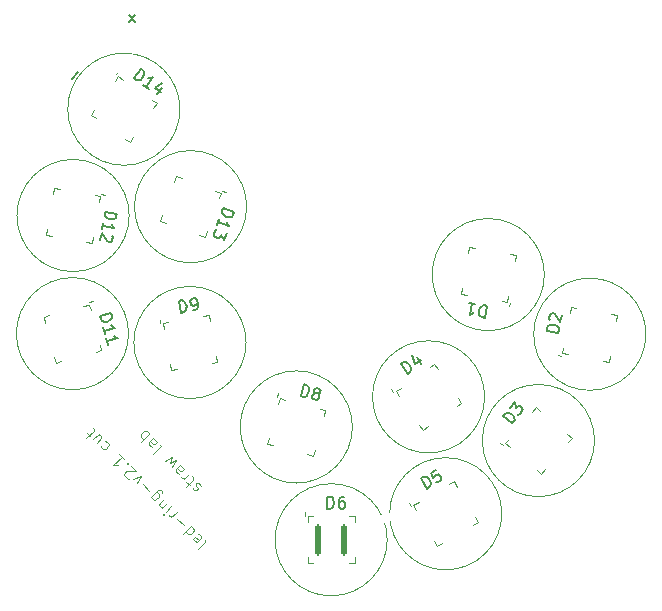
<source format=gbr>
%TF.GenerationSoftware,KiCad,Pcbnew,7.0.1*%
%TF.CreationDate,2023-12-14T16:50:50+01:00*%
%TF.ProjectId,led-ring-v2-cut,6c65642d-7269-46e6-972d-76322d637574,rev?*%
%TF.SameCoordinates,Original*%
%TF.FileFunction,Legend,Top*%
%TF.FilePolarity,Positive*%
%FSLAX46Y46*%
G04 Gerber Fmt 4.6, Leading zero omitted, Abs format (unit mm)*
G04 Created by KiCad (PCBNEW 7.0.1) date 2023-12-14 16:50:50*
%MOMM*%
%LPD*%
G01*
G04 APERTURE LIST*
G04 Aperture macros list*
%AMRoundRect*
0 Rectangle with rounded corners*
0 $1 Rounding radius*
0 $2 $3 $4 $5 $6 $7 $8 $9 X,Y pos of 4 corners*
0 Add a 4 corners polygon primitive as box body*
4,1,4,$2,$3,$4,$5,$6,$7,$8,$9,$2,$3,0*
0 Add four circle primitives for the rounded corners*
1,1,$1+$1,$2,$3*
1,1,$1+$1,$4,$5*
1,1,$1+$1,$6,$7*
1,1,$1+$1,$8,$9*
0 Add four rect primitives between the rounded corners*
20,1,$1+$1,$2,$3,$4,$5,0*
20,1,$1+$1,$4,$5,$6,$7,0*
20,1,$1+$1,$6,$7,$8,$9,0*
20,1,$1+$1,$8,$9,$2,$3,0*%
%AMHorizOval*
0 Thick line with rounded ends*
0 $1 width*
0 $2 $3 position (X,Y) of the first rounded end (center of the circle)*
0 $4 $5 position (X,Y) of the second rounded end (center of the circle)*
0 Add line between two ends*
20,1,$1,$2,$3,$4,$5,0*
0 Add two circle primitives to create the rounded ends*
1,1,$1,$2,$3*
1,1,$1,$4,$5*%
%AMOutline5P*
0 Free polygon, 5 corners , with rotation*
0 The origin of the aperture is its center*
0 number of corners: always 5*
0 $1 to $10 corner X, Y*
0 $11 Rotation angle, in degrees counterclockwise*
0 create outline with 5 corners*
4,1,5,$1,$2,$3,$4,$5,$6,$7,$8,$9,$10,$1,$2,$11*%
%AMOutline6P*
0 Free polygon, 6 corners , with rotation*
0 The origin of the aperture is its center*
0 number of corners: always 6*
0 $1 to $12 corner X, Y*
0 $13 Rotation angle, in degrees counterclockwise*
0 create outline with 6 corners*
4,1,6,$1,$2,$3,$4,$5,$6,$7,$8,$9,$10,$11,$12,$1,$2,$13*%
%AMOutline7P*
0 Free polygon, 7 corners , with rotation*
0 The origin of the aperture is its center*
0 number of corners: always 7*
0 $1 to $14 corner X, Y*
0 $15 Rotation angle, in degrees counterclockwise*
0 create outline with 7 corners*
4,1,7,$1,$2,$3,$4,$5,$6,$7,$8,$9,$10,$11,$12,$13,$14,$1,$2,$15*%
%AMOutline8P*
0 Free polygon, 8 corners , with rotation*
0 The origin of the aperture is its center*
0 number of corners: always 8*
0 $1 to $16 corner X, Y*
0 $17 Rotation angle, in degrees counterclockwise*
0 create outline with 8 corners*
4,1,8,$1,$2,$3,$4,$5,$6,$7,$8,$9,$10,$11,$12,$13,$14,$15,$16,$1,$2,$17*%
G04 Aperture macros list end*
%ADD10C,0.125000*%
%ADD11C,0.150000*%
%ADD12C,0.100000*%
%ADD13C,0.200000*%
%ADD14C,1.000000*%
%ADD15RoundRect,0.125000X-0.125000X1.225000X-0.125000X-1.225000X0.125000X-1.225000X0.125000X1.225000X0*%
%ADD16Outline5P,-1.350000X0.500000X1.350000X0.500000X1.350000X-0.500000X-1.050000X-0.500000X-1.350000X-0.200000X270.000000*%
%ADD17RoundRect,0.125000X0.600237X1.075158X-0.805025X-0.931764X-0.600237X-1.075158X0.805025X0.931764X0*%
%ADD18Outline5P,-1.350000X0.500000X1.350000X0.500000X1.350000X-0.500000X-1.050000X-0.500000X-1.350000X-0.200000X235.000000*%
%ADD19RoundRect,0.125000X-1.018753X0.691659X0.858056X-0.883170X1.018753X-0.691659X-0.858056X0.883170X0*%
%ADD20Outline5P,-1.350000X0.500000X1.350000X0.500000X1.350000X-0.500000X-1.050000X-0.500000X-1.350000X-0.200000X320.000000*%
%ADD21RoundRect,0.125000X-0.720753X0.998381X0.504247X-1.123381X0.720753X-0.998381X-0.504247X1.123381X0*%
%ADD22Outline5P,-1.350000X0.500000X1.350000X0.500000X1.350000X-0.500000X-1.050000X-0.500000X-1.350000X-0.200000X300.000000*%
%ADD23RoundRect,0.125000X1.228096X-0.089618X-1.184683X0.335820X-1.228096X0.089618X1.184683X-0.335820X0*%
%ADD24Outline5P,-1.350000X0.500000X1.350000X0.500000X1.350000X-0.500000X-1.050000X-0.500000X-1.350000X-0.200000X170.000000*%
%ADD25C,2.200000*%
%ADD26RoundRect,0.125000X1.150907X0.437794X-1.215612X-0.196313X-1.150907X-0.437794X1.215612X0.196313X0*%
%ADD27Outline5P,-1.350000X0.500000X1.350000X0.500000X1.350000X-0.500000X-1.050000X-0.500000X-1.350000X-0.200000X195.000000*%
%ADD28RoundRect,0.125000X0.196313X1.215612X-0.437794X-1.150907X-0.196313X-1.215612X0.437794X1.150907X0*%
%ADD29Outline5P,-1.350000X0.500000X1.350000X0.500000X1.350000X-0.500000X-1.050000X-0.500000X-1.350000X-0.200000X255.000000*%
%ADD30RoundRect,0.125000X-0.335820X1.184683X0.089618X-1.228096X0.335820X-1.184683X-0.089618X1.228096X0*%
%ADD31Outline5P,-1.350000X0.500000X1.350000X0.500000X1.350000X-0.500000X-1.050000X-0.500000X-1.350000X-0.200000X280.000000*%
%ADD32RoundRect,0.125000X-0.805025X0.931764X0.600237X-1.075158X0.805025X-0.931764X-0.600237X1.075158X0*%
%ADD33Outline5P,-1.350000X0.500000X1.350000X0.500000X1.350000X-0.500000X-1.050000X-0.500000X-1.350000X-0.200000X305.000000*%
%ADD34RoundRect,0.125000X-0.089618X-1.228096X0.335820X1.184683X0.089618X1.228096X-0.335820X-1.184683X0*%
%ADD35Outline5P,-1.350000X0.500000X1.350000X0.500000X1.350000X-0.500000X-1.050000X-0.500000X-1.350000X-0.200000X80.000000*%
%ADD36RoundRect,0.125000X-1.228096X0.089618X1.184683X-0.335820X1.228096X-0.089618X-1.184683X0.335820X0*%
%ADD37Outline5P,-1.350000X0.500000X1.350000X0.500000X1.350000X-0.500000X-1.050000X-0.500000X-1.350000X-0.200000X350.000000*%
%ADD38RoundRect,0.125000X1.193876X-0.301513X-1.108371X0.536436X-1.193876X0.301513X1.108371X-0.536436X0*%
%ADD39Outline5P,-1.350000X0.500000X1.350000X0.500000X1.350000X-0.500000X-1.050000X-0.500000X-1.350000X-0.200000X160.000000*%
%ADD40HorizOval,2.200000X0.813173X-0.813173X-0.813173X0.813173X0*%
%ADD41HorizOval,2.000000X0.000000X0.000000X0.000000X0.000000X0*%
G04 APERTURE END LIST*
D10*
X-10689834Y-22463238D02*
X-10656162Y-22564253D01*
X-10656162Y-22564253D02*
X-10689834Y-22665268D01*
X-10689834Y-22665268D02*
X-11295926Y-23271360D01*
X-11262254Y-21958161D02*
X-11161239Y-21991833D01*
X-11161239Y-21991833D02*
X-11026552Y-22126520D01*
X-11026552Y-22126520D02*
X-10992880Y-22227535D01*
X-10992880Y-22227535D02*
X-11026552Y-22328550D01*
X-11026552Y-22328550D02*
X-11295926Y-22597924D01*
X-11295926Y-22597924D02*
X-11396941Y-22631596D01*
X-11396941Y-22631596D02*
X-11497957Y-22597924D01*
X-11497957Y-22597924D02*
X-11632644Y-22463237D01*
X-11632644Y-22463237D02*
X-11666315Y-22362222D01*
X-11666315Y-22362222D02*
X-11632644Y-22261207D01*
X-11632644Y-22261207D02*
X-11565300Y-22193863D01*
X-11565300Y-22193863D02*
X-11161239Y-22463237D01*
X-11868346Y-21284726D02*
X-12575453Y-21991833D01*
X-11902018Y-21318398D02*
X-11801002Y-21352069D01*
X-11801002Y-21352069D02*
X-11666315Y-21486756D01*
X-11666315Y-21486756D02*
X-11632644Y-21587772D01*
X-11632644Y-21587772D02*
X-11632644Y-21655115D01*
X-11632644Y-21655115D02*
X-11666315Y-21756130D01*
X-11666315Y-21756130D02*
X-11868346Y-21958161D01*
X-11868346Y-21958161D02*
X-11969361Y-21991833D01*
X-11969361Y-21991833D02*
X-12036705Y-21991833D01*
X-12036705Y-21991833D02*
X-12137720Y-21958161D01*
X-12137720Y-21958161D02*
X-12272407Y-21823474D01*
X-12272407Y-21823474D02*
X-12306079Y-21722459D01*
X-12474437Y-21217382D02*
X-13013186Y-20678634D01*
X-13080529Y-20072543D02*
X-13551933Y-20543947D01*
X-13417246Y-20409260D02*
X-13518262Y-20442932D01*
X-13518262Y-20442932D02*
X-13585605Y-20442932D01*
X-13585605Y-20442932D02*
X-13686620Y-20409260D01*
X-13686620Y-20409260D02*
X-13753964Y-20341917D01*
X-13518262Y-19634810D02*
X-13989666Y-20106214D01*
X-14225369Y-20341917D02*
X-14158025Y-20341917D01*
X-14158025Y-20341917D02*
X-14158025Y-20274573D01*
X-14158025Y-20274573D02*
X-14225369Y-20274573D01*
X-14225369Y-20274573D02*
X-14225369Y-20341917D01*
X-14225369Y-20341917D02*
X-14158025Y-20274573D01*
X-14326384Y-19769497D02*
X-13854979Y-19298093D01*
X-14259040Y-19702154D02*
X-14326384Y-19702154D01*
X-14326384Y-19702154D02*
X-14427399Y-19668482D01*
X-14427399Y-19668482D02*
X-14528414Y-19567467D01*
X-14528414Y-19567467D02*
X-14562086Y-19466451D01*
X-14562086Y-19466451D02*
X-14528414Y-19365436D01*
X-14528414Y-19365436D02*
X-14158025Y-18995047D01*
X-15269193Y-18826688D02*
X-14696773Y-18254268D01*
X-14696773Y-18254268D02*
X-14595758Y-18220597D01*
X-14595758Y-18220597D02*
X-14528414Y-18220597D01*
X-14528414Y-18220597D02*
X-14427399Y-18254268D01*
X-14427399Y-18254268D02*
X-14326384Y-18355284D01*
X-14326384Y-18355284D02*
X-14292712Y-18456299D01*
X-14831460Y-18388955D02*
X-14730445Y-18422627D01*
X-14730445Y-18422627D02*
X-14595758Y-18557314D01*
X-14595758Y-18557314D02*
X-14562086Y-18658329D01*
X-14562086Y-18658329D02*
X-14562086Y-18725673D01*
X-14562086Y-18725673D02*
X-14595758Y-18826688D01*
X-14595758Y-18826688D02*
X-14797788Y-19028719D01*
X-14797788Y-19028719D02*
X-14898803Y-19062390D01*
X-14898803Y-19062390D02*
X-14966147Y-19062390D01*
X-14966147Y-19062390D02*
X-15067162Y-19028719D01*
X-15067162Y-19028719D02*
X-15201849Y-18894032D01*
X-15201849Y-18894032D02*
X-15235521Y-18793016D01*
X-15403880Y-18287940D02*
X-15942628Y-17749192D01*
X-16414032Y-17681849D02*
X-16110986Y-17042085D01*
X-16110986Y-17042085D02*
X-16750750Y-17345131D01*
X-17154811Y-17277788D02*
X-17222154Y-17277788D01*
X-17222154Y-17277788D02*
X-17323170Y-17244116D01*
X-17323170Y-17244116D02*
X-17491528Y-17075757D01*
X-17491528Y-17075757D02*
X-17525200Y-16974742D01*
X-17525200Y-16974742D02*
X-17525200Y-16907398D01*
X-17525200Y-16907398D02*
X-17491528Y-16806383D01*
X-17491528Y-16806383D02*
X-17424185Y-16739039D01*
X-17424185Y-16739039D02*
X-17289498Y-16671696D01*
X-17289498Y-16671696D02*
X-16481376Y-16671696D01*
X-16481376Y-16671696D02*
X-16919109Y-16233963D01*
X-17289498Y-15998261D02*
X-17289498Y-15930917D01*
X-17289498Y-15930917D02*
X-17222154Y-15930917D01*
X-17222154Y-15930917D02*
X-17222154Y-15998261D01*
X-17222154Y-15998261D02*
X-17289498Y-15998261D01*
X-17289498Y-15998261D02*
X-17222154Y-15930917D01*
X-17929261Y-15223811D02*
X-17525200Y-15627872D01*
X-17727230Y-15425841D02*
X-18434337Y-16132948D01*
X-18434337Y-16132948D02*
X-18265978Y-16099277D01*
X-18265978Y-16099277D02*
X-18131291Y-16099277D01*
X-18131291Y-16099277D02*
X-18030276Y-16132948D01*
X-19107772Y-14112643D02*
X-19006757Y-14146315D01*
X-19006757Y-14146315D02*
X-18872070Y-14281002D01*
X-18872070Y-14281002D02*
X-18838398Y-14382017D01*
X-18838398Y-14382017D02*
X-18838398Y-14449360D01*
X-18838398Y-14449360D02*
X-18872070Y-14550376D01*
X-18872070Y-14550376D02*
X-19074101Y-14752406D01*
X-19074101Y-14752406D02*
X-19175116Y-14786078D01*
X-19175116Y-14786078D02*
X-19242459Y-14786078D01*
X-19242459Y-14786078D02*
X-19343475Y-14752406D01*
X-19343475Y-14752406D02*
X-19478162Y-14617719D01*
X-19478162Y-14617719D02*
X-19511833Y-14516704D01*
X-20151597Y-13944284D02*
X-19680192Y-13472880D01*
X-19848551Y-14247330D02*
X-19478162Y-13876941D01*
X-19478162Y-13876941D02*
X-19444490Y-13775925D01*
X-19444490Y-13775925D02*
X-19478162Y-13674910D01*
X-19478162Y-13674910D02*
X-19579177Y-13573895D01*
X-19579177Y-13573895D02*
X-19680192Y-13540223D01*
X-19680192Y-13540223D02*
X-19747536Y-13540223D01*
X-20387299Y-13708582D02*
X-20656673Y-13439208D01*
X-20724017Y-13843269D02*
X-20117925Y-13237177D01*
X-20117925Y-13237177D02*
X-20084253Y-13136162D01*
X-20084253Y-13136162D02*
X-20117925Y-13035147D01*
X-20117925Y-13035147D02*
X-20185269Y-12967803D01*
X-11043185Y-17897231D02*
X-11076856Y-17796215D01*
X-11076856Y-17796215D02*
X-11211543Y-17661528D01*
X-11211543Y-17661528D02*
X-11312559Y-17627857D01*
X-11312559Y-17627857D02*
X-11413574Y-17661528D01*
X-11413574Y-17661528D02*
X-11447246Y-17695200D01*
X-11447246Y-17695200D02*
X-11480917Y-17796215D01*
X-11480917Y-17796215D02*
X-11447246Y-17897231D01*
X-11447246Y-17897231D02*
X-11346230Y-17998246D01*
X-11346230Y-17998246D02*
X-11312559Y-18099261D01*
X-11312559Y-18099261D02*
X-11346230Y-18200276D01*
X-11346230Y-18200276D02*
X-11379902Y-18233948D01*
X-11379902Y-18233948D02*
X-11480917Y-18267620D01*
X-11480917Y-18267620D02*
X-11581933Y-18233948D01*
X-11581933Y-18233948D02*
X-11682948Y-18132933D01*
X-11682948Y-18132933D02*
X-11716620Y-18031918D01*
X-11985994Y-17829887D02*
X-12255368Y-17560513D01*
X-12322711Y-17964574D02*
X-11716620Y-17358482D01*
X-11716620Y-17358482D02*
X-11682948Y-17257467D01*
X-11682948Y-17257467D02*
X-11716620Y-17156452D01*
X-11716620Y-17156452D02*
X-11783963Y-17089108D01*
X-12019666Y-16853406D02*
X-12491070Y-17324810D01*
X-12356383Y-17190123D02*
X-12457399Y-17223795D01*
X-12457399Y-17223795D02*
X-12524742Y-17223795D01*
X-12524742Y-17223795D02*
X-12625757Y-17190123D01*
X-12625757Y-17190123D02*
X-12693101Y-17122780D01*
X-12760445Y-16112627D02*
X-13130834Y-16483016D01*
X-13130834Y-16483016D02*
X-13164506Y-16584032D01*
X-13164506Y-16584032D02*
X-13130834Y-16685047D01*
X-13130834Y-16685047D02*
X-12996147Y-16819734D01*
X-12996147Y-16819734D02*
X-12895132Y-16853406D01*
X-12794116Y-16146299D02*
X-12693101Y-16179971D01*
X-12693101Y-16179971D02*
X-12524742Y-16348329D01*
X-12524742Y-16348329D02*
X-12491071Y-16449345D01*
X-12491071Y-16449345D02*
X-12524742Y-16550360D01*
X-12524742Y-16550360D02*
X-12592086Y-16617703D01*
X-12592086Y-16617703D02*
X-12693101Y-16651375D01*
X-12693101Y-16651375D02*
X-12794116Y-16617703D01*
X-12794116Y-16617703D02*
X-12962475Y-16449345D01*
X-12962475Y-16449345D02*
X-13063491Y-16415673D01*
X-13501223Y-16314657D02*
X-13164506Y-15708566D01*
X-13164506Y-15708566D02*
X-13635910Y-15910596D01*
X-13635910Y-15910596D02*
X-13433880Y-15439192D01*
X-13433880Y-15439192D02*
X-14039971Y-15775909D01*
X-14477704Y-14395368D02*
X-14444033Y-14496383D01*
X-14444033Y-14496383D02*
X-14477704Y-14597398D01*
X-14477704Y-14597398D02*
X-15083796Y-15203490D01*
X-15050124Y-13822947D02*
X-15420514Y-14193337D01*
X-15420514Y-14193337D02*
X-15454185Y-14294352D01*
X-15454185Y-14294352D02*
X-15420514Y-14395367D01*
X-15420514Y-14395367D02*
X-15285827Y-14530054D01*
X-15285827Y-14530054D02*
X-15184811Y-14563726D01*
X-15083796Y-13856619D02*
X-14982781Y-13890291D01*
X-14982781Y-13890291D02*
X-14814422Y-14058650D01*
X-14814422Y-14058650D02*
X-14780750Y-14159665D01*
X-14780750Y-14159665D02*
X-14814422Y-14260680D01*
X-14814422Y-14260680D02*
X-14881766Y-14328024D01*
X-14881766Y-14328024D02*
X-14982781Y-14361695D01*
X-14982781Y-14361695D02*
X-15083796Y-14328024D01*
X-15083796Y-14328024D02*
X-15252155Y-14159665D01*
X-15252155Y-14159665D02*
X-15353170Y-14125993D01*
X-15386842Y-13486230D02*
X-16093949Y-14193337D01*
X-15824575Y-13923963D02*
X-15925590Y-13890291D01*
X-15925590Y-13890291D02*
X-16060277Y-13755604D01*
X-16060277Y-13755604D02*
X-16093949Y-13654589D01*
X-16093949Y-13654589D02*
X-16093949Y-13587245D01*
X-16093949Y-13587245D02*
X-16060277Y-13486230D01*
X-16060277Y-13486230D02*
X-15858246Y-13284199D01*
X-15858246Y-13284199D02*
X-15757231Y-13250528D01*
X-15757231Y-13250528D02*
X-15689888Y-13250528D01*
X-15689888Y-13250528D02*
X-15588872Y-13284199D01*
X-15588872Y-13284199D02*
X-15454185Y-13418886D01*
X-15454185Y-13418886D02*
X-15420514Y-13519902D01*
D11*
%TO.C,D6*%
X-323664Y-19814806D02*
X-323664Y-18814806D01*
X-323664Y-18814806D02*
X-85569Y-18814806D01*
X-85569Y-18814806D02*
X57287Y-18862425D01*
X57287Y-18862425D02*
X152525Y-18957663D01*
X152525Y-18957663D02*
X200144Y-19052901D01*
X200144Y-19052901D02*
X247763Y-19243377D01*
X247763Y-19243377D02*
X247763Y-19386234D01*
X247763Y-19386234D02*
X200144Y-19576710D01*
X200144Y-19576710D02*
X152525Y-19671948D01*
X152525Y-19671948D02*
X57287Y-19767187D01*
X57287Y-19767187D02*
X-85569Y-19814806D01*
X-85569Y-19814806D02*
X-323664Y-19814806D01*
X1104906Y-18814806D02*
X914430Y-18814806D01*
X914430Y-18814806D02*
X819192Y-18862425D01*
X819192Y-18862425D02*
X771573Y-18910044D01*
X771573Y-18910044D02*
X676335Y-19052901D01*
X676335Y-19052901D02*
X628716Y-19243377D01*
X628716Y-19243377D02*
X628716Y-19624329D01*
X628716Y-19624329D02*
X676335Y-19719567D01*
X676335Y-19719567D02*
X723954Y-19767187D01*
X723954Y-19767187D02*
X819192Y-19814806D01*
X819192Y-19814806D02*
X1009668Y-19814806D01*
X1009668Y-19814806D02*
X1104906Y-19767187D01*
X1104906Y-19767187D02*
X1152525Y-19719567D01*
X1152525Y-19719567D02*
X1200144Y-19624329D01*
X1200144Y-19624329D02*
X1200144Y-19386234D01*
X1200144Y-19386234D02*
X1152525Y-19290996D01*
X1152525Y-19290996D02*
X1104906Y-19243377D01*
X1104906Y-19243377D02*
X1009668Y-19195758D01*
X1009668Y-19195758D02*
X819192Y-19195758D01*
X819192Y-19195758D02*
X723954Y-19243377D01*
X723954Y-19243377D02*
X676335Y-19290996D01*
X676335Y-19290996D02*
X628716Y-19386234D01*
%TO.C,D14*%
X-16693718Y16617403D02*
X-16120141Y17436555D01*
X-16120141Y17436555D02*
X-15925105Y17299989D01*
X-15925105Y17299989D02*
X-15835396Y17179042D01*
X-15835396Y17179042D02*
X-15812008Y17046402D01*
X-15812008Y17046402D02*
X-15827627Y16941074D01*
X-15827627Y16941074D02*
X-15897873Y16757732D01*
X-15897873Y16757732D02*
X-15979812Y16640710D01*
X-15979812Y16640710D02*
X-16128072Y16511994D01*
X-16128072Y16511994D02*
X-16221706Y16461293D01*
X-16221706Y16461293D02*
X-16354346Y16437905D01*
X-16354346Y16437905D02*
X-16498681Y16480837D01*
X-16498681Y16480837D02*
X-16693718Y16617403D01*
X-15445486Y15743382D02*
X-15913573Y16071140D01*
X-15679529Y15907261D02*
X-15105953Y16726413D01*
X-15105953Y16726413D02*
X-15265907Y16664017D01*
X-15265907Y16664017D02*
X-15398548Y16640629D01*
X-15398548Y16640629D02*
X-15503875Y16656248D01*
X-14360971Y15797846D02*
X-14743355Y15251745D01*
X-14337502Y16246470D02*
X-14942236Y15797927D01*
X-14942236Y15797927D02*
X-14435142Y15442856D01*
%TO.C,D3*%
X15323276Y-12604071D02*
X14557232Y-11961283D01*
X14557232Y-11961283D02*
X14710276Y-11778892D01*
X14710276Y-11778892D02*
X14838581Y-11700066D01*
X14838581Y-11700066D02*
X14972756Y-11688327D01*
X14972756Y-11688327D02*
X15076321Y-11713066D01*
X15076321Y-11713066D02*
X15252844Y-11799024D01*
X15252844Y-11799024D02*
X15362279Y-11890851D01*
X15362279Y-11890851D02*
X15477583Y-12049765D01*
X15477583Y-12049765D02*
X15519931Y-12147461D01*
X15519931Y-12147461D02*
X15531669Y-12281635D01*
X15531669Y-12281635D02*
X15476321Y-12421679D01*
X15476321Y-12421679D02*
X15323276Y-12604071D01*
X15138801Y-11268195D02*
X15536718Y-10793977D01*
X15536718Y-10793977D02*
X15614281Y-11294197D01*
X15614281Y-11294197D02*
X15706108Y-11184762D01*
X15706108Y-11184762D02*
X15803804Y-11142414D01*
X15803804Y-11142414D02*
X15870892Y-11136545D01*
X15870892Y-11136545D02*
X15974457Y-11161284D01*
X15974457Y-11161284D02*
X16156849Y-11314329D01*
X16156849Y-11314329D02*
X16199196Y-11412025D01*
X16199196Y-11412025D02*
X16205066Y-11479113D01*
X16205066Y-11479113D02*
X16180326Y-11582678D01*
X16180326Y-11582678D02*
X15996673Y-11801548D01*
X15996673Y-11801548D02*
X15898976Y-11843896D01*
X15898976Y-11843896D02*
X15831889Y-11849765D01*
%TO.C,D5*%
X8102100Y-18129687D02*
X7602100Y-17263661D01*
X7602100Y-17263661D02*
X7808297Y-17144614D01*
X7808297Y-17144614D02*
X7955824Y-17114424D01*
X7955824Y-17114424D02*
X8085922Y-17149284D01*
X8085922Y-17149284D02*
X8174780Y-17207953D01*
X8174780Y-17207953D02*
X8311258Y-17349101D01*
X8311258Y-17349101D02*
X8382686Y-17472819D01*
X8382686Y-17472819D02*
X8436685Y-17661585D01*
X8436685Y-17661585D02*
X8443065Y-17767874D01*
X8443065Y-17767874D02*
X8408205Y-17897971D01*
X8408205Y-17897971D02*
X8308297Y-18010639D01*
X8308297Y-18010639D02*
X8102100Y-18129687D01*
X8880519Y-16525566D02*
X8468126Y-16763661D01*
X8468126Y-16763661D02*
X8664982Y-17199864D01*
X8664982Y-17199864D02*
X8682411Y-17134815D01*
X8682411Y-17134815D02*
X8741080Y-17045957D01*
X8741080Y-17045957D02*
X8947277Y-16926909D01*
X8947277Y-16926909D02*
X9053565Y-16920529D01*
X9053565Y-16920529D02*
X9118614Y-16937959D01*
X9118614Y-16937959D02*
X9207472Y-16996628D01*
X9207472Y-16996628D02*
X9326520Y-17202825D01*
X9326520Y-17202825D02*
X9332900Y-17309113D01*
X9332900Y-17309113D02*
X9315470Y-17374162D01*
X9315470Y-17374162D02*
X9256801Y-17463020D01*
X9256801Y-17463020D02*
X9050604Y-17582068D01*
X9050604Y-17582068D02*
X8944316Y-17588447D01*
X8944316Y-17588447D02*
X8879267Y-17571018D01*
%TO.C,D12*%
X-19115947Y5330107D02*
X-18131139Y5156459D01*
X-18131139Y5156459D02*
X-18172484Y4921981D01*
X-18172484Y4921981D02*
X-18244186Y4789563D01*
X-18244186Y4789563D02*
X-18354515Y4712310D01*
X-18354515Y4712310D02*
X-18456576Y4681952D01*
X-18456576Y4681952D02*
X-18652427Y4668133D01*
X-18652427Y4668133D02*
X-18793114Y4692940D01*
X-18793114Y4692940D02*
X-18972427Y4772911D01*
X-18972427Y4772911D02*
X-19057950Y4836345D01*
X-19057950Y4836345D02*
X-19135203Y4946674D01*
X-19135203Y4946674D02*
X-19157292Y5095629D01*
X-19157292Y5095629D02*
X-19115947Y5330107D01*
X-19380554Y3829448D02*
X-19281326Y4392195D01*
X-19330940Y4110822D02*
X-18346132Y3937174D01*
X-18346132Y3937174D02*
X-18470281Y4055772D01*
X-18470281Y4055772D02*
X-18547534Y4166101D01*
X-18547534Y4166101D02*
X-18577892Y4268161D01*
X-18555689Y3297173D02*
X-18517062Y3242008D01*
X-18517062Y3242008D02*
X-18486704Y3139948D01*
X-18486704Y3139948D02*
X-18528049Y2905470D01*
X-18528049Y2905470D02*
X-18591483Y2819948D01*
X-18591483Y2819948D02*
X-18646647Y2781321D01*
X-18646647Y2781321D02*
X-18748707Y2750964D01*
X-18748707Y2750964D02*
X-18842499Y2767501D01*
X-18842499Y2767501D02*
X-18974917Y2839204D01*
X-18974917Y2839204D02*
X-19438436Y3501179D01*
X-19438436Y3501179D02*
X-19545933Y2891536D01*
%TO.C,D11*%
X-19561615Y-3545360D02*
X-18595690Y-3286541D01*
X-18595690Y-3286541D02*
X-18534066Y-3516523D01*
X-18534066Y-3516523D02*
X-18543088Y-3666838D01*
X-18543088Y-3666838D02*
X-18610432Y-3783480D01*
X-18610432Y-3783480D02*
X-18690100Y-3854126D01*
X-18690100Y-3854126D02*
X-18861761Y-3949421D01*
X-18861761Y-3949421D02*
X-18999751Y-3986395D01*
X-18999751Y-3986395D02*
X-19196061Y-3989698D01*
X-19196061Y-3989698D02*
X-19300379Y-3968351D01*
X-19300379Y-3968351D02*
X-19417021Y-3901007D01*
X-19417021Y-3901007D02*
X-19499992Y-3775342D01*
X-19499992Y-3775342D02*
X-19561615Y-3545360D01*
X-19167225Y-5017247D02*
X-19315121Y-4465290D01*
X-19241173Y-4741268D02*
X-18275247Y-4482449D01*
X-18275247Y-4482449D02*
X-18437886Y-4427430D01*
X-18437886Y-4427430D02*
X-18554528Y-4360087D01*
X-18554528Y-4360087D02*
X-18625174Y-4280419D01*
X-18920730Y-5937177D02*
X-19068627Y-5385219D01*
X-18994678Y-5661198D02*
X-18028753Y-5402379D01*
X-18028753Y-5402379D02*
X-18191392Y-5347360D01*
X-18191392Y-5347360D02*
X-18308034Y-5280016D01*
X-18308034Y-5280016D02*
X-18378680Y-5200348D01*
%TO.C,D8*%
X-2580597Y-10270827D02*
X-2321778Y-9304901D01*
X-2321778Y-9304901D02*
X-2091796Y-9366525D01*
X-2091796Y-9366525D02*
X-1966131Y-9449496D01*
X-1966131Y-9449496D02*
X-1898787Y-9566138D01*
X-1898787Y-9566138D02*
X-1877440Y-9670456D01*
X-1877440Y-9670456D02*
X-1880743Y-9866766D01*
X-1880743Y-9866766D02*
X-1917717Y-10004756D01*
X-1917717Y-10004756D02*
X-2013012Y-10176417D01*
X-2013012Y-10176417D02*
X-2083658Y-10256085D01*
X-2083658Y-10256085D02*
X-2200300Y-10323428D01*
X-2200300Y-10323428D02*
X-2350615Y-10332451D01*
X-2350615Y-10332451D02*
X-2580597Y-10270827D01*
X-1328785Y-10014663D02*
X-1408453Y-9944017D01*
X-1408453Y-9944017D02*
X-1442125Y-9885696D01*
X-1442125Y-9885696D02*
X-1463472Y-9781378D01*
X-1463472Y-9781378D02*
X-1451147Y-9735382D01*
X-1451147Y-9735382D02*
X-1380501Y-9655713D01*
X-1380501Y-9655713D02*
X-1322180Y-9622042D01*
X-1322180Y-9622042D02*
X-1217863Y-9600695D01*
X-1217863Y-9600695D02*
X-1033877Y-9649993D01*
X-1033877Y-9649993D02*
X-954209Y-9720639D01*
X-954209Y-9720639D02*
X-920537Y-9778961D01*
X-920537Y-9778961D02*
X-899190Y-9883278D01*
X-899190Y-9883278D02*
X-911514Y-9929275D01*
X-911514Y-9929275D02*
X-982160Y-10008943D01*
X-982160Y-10008943D02*
X-1040482Y-10042615D01*
X-1040482Y-10042615D02*
X-1144799Y-10063962D01*
X-1144799Y-10063962D02*
X-1328785Y-10014663D01*
X-1328785Y-10014663D02*
X-1433103Y-10036010D01*
X-1433103Y-10036010D02*
X-1491424Y-10069682D01*
X-1491424Y-10069682D02*
X-1562070Y-10149350D01*
X-1562070Y-10149350D02*
X-1611369Y-10333336D01*
X-1611369Y-10333336D02*
X-1590022Y-10437653D01*
X-1590022Y-10437653D02*
X-1556350Y-10495974D01*
X-1556350Y-10495974D02*
X-1476682Y-10566620D01*
X-1476682Y-10566620D02*
X-1292696Y-10615919D01*
X-1292696Y-10615919D02*
X-1188378Y-10594572D01*
X-1188378Y-10594572D02*
X-1130057Y-10560900D01*
X-1130057Y-10560900D02*
X-1059411Y-10481232D01*
X-1059411Y-10481232D02*
X-1010112Y-10297246D01*
X-1010112Y-10297246D02*
X-1031459Y-10192929D01*
X-1031459Y-10192929D02*
X-1065131Y-10134608D01*
X-1065131Y-10134608D02*
X-1144799Y-10063962D01*
%TO.C,D9*%
X-12726344Y-3211044D02*
X-12899992Y-2226236D01*
X-12899992Y-2226236D02*
X-12665514Y-2184892D01*
X-12665514Y-2184892D02*
X-12516558Y-2206980D01*
X-12516558Y-2206980D02*
X-12406229Y-2284234D01*
X-12406229Y-2284234D02*
X-12342796Y-2369756D01*
X-12342796Y-2369756D02*
X-12262824Y-2549069D01*
X-12262824Y-2549069D02*
X-12238017Y-2689756D01*
X-12238017Y-2689756D02*
X-12251837Y-2885608D01*
X-12251837Y-2885608D02*
X-12282195Y-2987668D01*
X-12282195Y-2987668D02*
X-12359448Y-3097997D01*
X-12359448Y-3097997D02*
X-12491866Y-3169699D01*
X-12491866Y-3169699D02*
X-12726344Y-3211044D01*
X-11694641Y-3029127D02*
X-11507058Y-2996051D01*
X-11507058Y-2996051D02*
X-11421536Y-2932618D01*
X-11421536Y-2932618D02*
X-11382909Y-2877453D01*
X-11382909Y-2877453D02*
X-11313925Y-2720228D01*
X-11313925Y-2720228D02*
X-11300105Y-2524377D01*
X-11300105Y-2524377D02*
X-11366257Y-2149212D01*
X-11366257Y-2149212D02*
X-11429690Y-2063690D01*
X-11429690Y-2063690D02*
X-11484855Y-2025063D01*
X-11484855Y-2025063D02*
X-11586915Y-1994705D01*
X-11586915Y-1994705D02*
X-11774498Y-2027781D01*
X-11774498Y-2027781D02*
X-11860020Y-2091215D01*
X-11860020Y-2091215D02*
X-11898646Y-2146379D01*
X-11898646Y-2146379D02*
X-11929004Y-2248440D01*
X-11929004Y-2248440D02*
X-11887659Y-2482918D01*
X-11887659Y-2482918D02*
X-11824226Y-2568440D01*
X-11824226Y-2568440D02*
X-11769061Y-2607067D01*
X-11769061Y-2607067D02*
X-11667001Y-2637424D01*
X-11667001Y-2637424D02*
X-11479419Y-2604348D01*
X-11479419Y-2604348D02*
X-11393896Y-2540915D01*
X-11393896Y-2540915D02*
X-11355270Y-2485750D01*
X-11355270Y-2485750D02*
X-11324912Y-2383690D01*
%TO.C,D4*%
X6473384Y-8377022D02*
X5899808Y-7557870D01*
X5899808Y-7557870D02*
X6094844Y-7421304D01*
X6094844Y-7421304D02*
X6239179Y-7378371D01*
X6239179Y-7378371D02*
X6371820Y-7401760D01*
X6371820Y-7401760D02*
X6465453Y-7452461D01*
X6465453Y-7452461D02*
X6613713Y-7581177D01*
X6613713Y-7581177D02*
X6695652Y-7698198D01*
X6695652Y-7698198D02*
X6765898Y-7881541D01*
X6765898Y-7881541D02*
X6781517Y-7986868D01*
X6781517Y-7986868D02*
X6758129Y-8119509D01*
X6758129Y-8119509D02*
X6668420Y-8240456D01*
X6668420Y-8240456D02*
X6473384Y-8377022D01*
X7261217Y-7011525D02*
X7643601Y-7557627D01*
X6847675Y-6836033D02*
X7062337Y-7557708D01*
X7062337Y-7557708D02*
X7569431Y-7202637D01*
%TO.C,D1*%
X13161151Y-2651362D02*
X12987503Y-3636170D01*
X12987503Y-3636170D02*
X12753025Y-3594825D01*
X12753025Y-3594825D02*
X12620607Y-3523123D01*
X12620607Y-3523123D02*
X12543354Y-3412794D01*
X12543354Y-3412794D02*
X12512996Y-3310734D01*
X12512996Y-3310734D02*
X12499176Y-3114882D01*
X12499176Y-3114882D02*
X12523983Y-2974195D01*
X12523983Y-2974195D02*
X12603954Y-2794882D01*
X12603954Y-2794882D02*
X12667388Y-2709360D01*
X12667388Y-2709360D02*
X12777717Y-2632106D01*
X12777717Y-2632106D02*
X12926673Y-2610018D01*
X12926673Y-2610018D02*
X13161151Y-2651362D01*
X11660491Y-2386756D02*
X12223239Y-2485983D01*
X11941865Y-2436370D02*
X11768217Y-3421177D01*
X11768217Y-3421177D02*
X11886815Y-3297028D01*
X11886815Y-3297028D02*
X11997144Y-3219775D01*
X11997144Y-3219775D02*
X12099204Y-3189417D01*
%TO.C,D2*%
X19248637Y-4911151D02*
X18263829Y-4737503D01*
X18263829Y-4737503D02*
X18305174Y-4503025D01*
X18305174Y-4503025D02*
X18376876Y-4370607D01*
X18376876Y-4370607D02*
X18487205Y-4293354D01*
X18487205Y-4293354D02*
X18589265Y-4262996D01*
X18589265Y-4262996D02*
X18785117Y-4249176D01*
X18785117Y-4249176D02*
X18925804Y-4273983D01*
X18925804Y-4273983D02*
X19105117Y-4353954D01*
X19105117Y-4353954D02*
X19190639Y-4417388D01*
X19190639Y-4417388D02*
X19267893Y-4527717D01*
X19267893Y-4527717D02*
X19289981Y-4676673D01*
X19289981Y-4676673D02*
X19248637Y-4911151D01*
X18522999Y-3816128D02*
X18484373Y-3760964D01*
X18484373Y-3760964D02*
X18454015Y-3658904D01*
X18454015Y-3658904D02*
X18495360Y-3424426D01*
X18495360Y-3424426D02*
X18558793Y-3338903D01*
X18558793Y-3338903D02*
X18613958Y-3300277D01*
X18613958Y-3300277D02*
X18716018Y-3269919D01*
X18716018Y-3269919D02*
X18809809Y-3286457D01*
X18809809Y-3286457D02*
X18942227Y-3358160D01*
X18942227Y-3358160D02*
X19405747Y-4020134D01*
X19405747Y-4020134D02*
X19513243Y-3410491D01*
%TO.C,D13*%
X-9150160Y5600329D02*
X-8210467Y5258309D01*
X-8210467Y5258309D02*
X-8291901Y5034572D01*
X-8291901Y5034572D02*
X-8385508Y4916617D01*
X-8385508Y4916617D02*
X-8507576Y4859696D01*
X-8507576Y4859696D02*
X-8613357Y4847522D01*
X-8613357Y4847522D02*
X-8808633Y4867922D01*
X-8808633Y4867922D02*
X-8942875Y4916782D01*
X-8942875Y4916782D02*
X-9105577Y5026676D01*
X-9105577Y5026676D02*
X-9178785Y5103996D01*
X-9178785Y5103996D02*
X-9235706Y5226064D01*
X-9235706Y5226064D02*
X-9231593Y5376593D01*
X-9231593Y5376593D02*
X-9150160Y5600329D01*
X-9671334Y4168416D02*
X-9475893Y4705384D01*
X-9573614Y4436900D02*
X-8633921Y4094880D01*
X-8633921Y4094880D02*
X-8735589Y4233234D01*
X-8735589Y4233234D02*
X-8792511Y4355302D01*
X-8792511Y4355302D02*
X-8804684Y4461083D01*
X-8845648Y3513165D02*
X-9057374Y2931451D01*
X-9057374Y2931451D02*
X-9301346Y3374975D01*
X-9301346Y3374975D02*
X-9350206Y3240733D01*
X-9350206Y3240733D02*
X-9427526Y3167525D01*
X-9427526Y3167525D02*
X-9488560Y3139065D01*
X-9488560Y3139065D02*
X-9594342Y3126891D01*
X-9594342Y3126891D02*
X-9818078Y3208324D01*
X-9818078Y3208324D02*
X-9891286Y3285645D01*
X-9891286Y3285645D02*
X-9919746Y3346679D01*
X-9919746Y3346679D02*
X-9931920Y3452460D01*
X-9931920Y3452460D02*
X-9834200Y3720944D01*
X-9834200Y3720944D02*
X-9756880Y3794151D01*
X-9756880Y3794151D02*
X-9695846Y3822612D01*
D12*
%TO.C,D6*%
X-2200000Y-20100000D02*
X-2200000Y-20400000D01*
X2000000Y-20450000D02*
X1500000Y-20450000D01*
X-1500000Y-20450000D02*
X-2000000Y-20450000D01*
X-2000000Y-20450000D02*
X-2000000Y-20950000D01*
X2000000Y-20950000D02*
X2000000Y-20450000D01*
X-2000000Y-23950000D02*
X-2000000Y-24450000D01*
X2000000Y-24450000D02*
X2000000Y-23950000D01*
X1500000Y-24450000D02*
X2000000Y-24450000D01*
X-2000000Y-24450000D02*
X-1500000Y-24450000D01*
X4750000Y-22450000D02*
G75*
G03*
X4750000Y-22450000I-4750000J0D01*
G01*
%TO.C,D14*%
X-18004230Y17186875D02*
X-18176303Y16941130D01*
X-14764543Y14491151D02*
X-15174119Y14777939D01*
X-17631575Y16498669D02*
X-18041151Y16785457D01*
X-18041151Y16785457D02*
X-18327939Y16375881D01*
X-15051331Y14081575D02*
X-14764543Y14491151D01*
X-20048669Y13918425D02*
X-20335457Y13508849D01*
X-17058849Y11214543D02*
X-16772061Y11624119D01*
X-17468425Y11501331D02*
X-17058849Y11214543D01*
X-20335457Y13508849D02*
X-19925881Y13222061D01*
X-12800000Y14000000D02*
G75*
G03*
X-12800000Y14000000I-4750000J0D01*
G01*
%TO.C,D3*%
X14335663Y-14224747D02*
X14565476Y-14417583D01*
X17303486Y-11232336D02*
X16982093Y-11615358D01*
X15053730Y-13913491D02*
X14732336Y-14296514D01*
X14732336Y-14296514D02*
X15115358Y-14617907D01*
X17686509Y-11553730D02*
X17303486Y-11232336D01*
X17413491Y-16546270D02*
X17796514Y-16867664D01*
X20367664Y-13803486D02*
X19984642Y-13482093D01*
X20046270Y-14186509D02*
X20367664Y-13803486D01*
X17796514Y-16867664D02*
X18117907Y-16484642D01*
X22300000Y-14050000D02*
G75*
G03*
X22300000Y-14050000I-4750000J0D01*
G01*
%TO.C,D5*%
X6619744Y-19314840D02*
X6769744Y-19574648D01*
X10432051Y-17517949D02*
X9999038Y-17767949D01*
X7400962Y-19267949D02*
X6967949Y-19517949D01*
X6967949Y-19517949D02*
X7217949Y-19950962D01*
X10682051Y-17950962D02*
X10432051Y-17517949D01*
X8717949Y-22549038D02*
X8967949Y-22982051D01*
X12432051Y-20982051D02*
X12182051Y-20549038D01*
X11999038Y-21232051D02*
X12432051Y-20982051D01*
X8967949Y-22982051D02*
X9400962Y-22732051D01*
X14450000Y-20250000D02*
G75*
G03*
X14450000Y-20250000I-4750000J0D01*
G01*
%TO.C,D12*%
X-19153676Y6758504D02*
X-19449118Y6810598D01*
X-20227681Y2683088D02*
X-20140857Y3175492D01*
X-19619912Y6129915D02*
X-19533088Y6622319D01*
X-19533088Y6622319D02*
X-20025492Y6709143D01*
X-20720085Y2769912D02*
X-20227681Y2683088D01*
X-22979915Y7230088D02*
X-23472319Y7316912D01*
X-24166912Y3377681D02*
X-23674508Y3290857D01*
X-24080088Y3870085D02*
X-24166912Y3377681D01*
X-23472319Y7316912D02*
X-23559143Y6824508D01*
X-17100000Y5000000D02*
G75*
G03*
X-17100000Y5000000I-4750000J0D01*
G01*
%TO.C,D11*%
X-20199476Y-2266738D02*
X-20489254Y-2344384D01*
X-19450510Y-6414214D02*
X-19579920Y-5931251D01*
X-20356377Y-3033473D02*
X-20485786Y-2550510D01*
X-20485786Y-2550510D02*
X-20968749Y-2679920D01*
X-19933473Y-6543623D02*
X-19450510Y-6414214D01*
X-23866527Y-3456377D02*
X-24349490Y-3585786D01*
X-23314214Y-7449490D02*
X-22831251Y-7320080D01*
X-23443623Y-6966527D02*
X-23314214Y-7449490D01*
X-24349490Y-3585786D02*
X-24220080Y-4068749D01*
X-17150000Y-5000000D02*
G75*
G03*
X-17150000Y-5000000I-4750000J0D01*
G01*
%TO.C,D8*%
X-4466812Y-10060672D02*
X-4544458Y-10350450D01*
X-500510Y-11485786D02*
X-983473Y-11356377D01*
X-3881251Y-10579920D02*
X-4364214Y-10450510D01*
X-4364214Y-10450510D02*
X-4493623Y-10933473D01*
X-629920Y-11968749D02*
X-500510Y-11485786D01*
X-5270080Y-13831251D02*
X-5399490Y-14314214D01*
X-1535786Y-15349490D02*
X-1406377Y-14866527D01*
X-2018749Y-15220080D02*
X-1535786Y-15349490D01*
X-5399490Y-14314214D02*
X-4916527Y-14443623D01*
X1800000Y-12900000D02*
G75*
G03*
X1800000Y-12900000I-4750000J0D01*
G01*
%TO.C,D9*%
X-14524650Y-3817728D02*
X-14472556Y-4113170D01*
X-10327681Y-3433088D02*
X-10820085Y-3519912D01*
X-13774508Y-4040857D02*
X-14266912Y-4127681D01*
X-14266912Y-4127681D02*
X-14180088Y-4620085D01*
X-10240857Y-3925492D02*
X-10327681Y-3433088D01*
X-13659143Y-7574508D02*
X-13572319Y-8066912D01*
X-9633088Y-7372319D02*
X-9719912Y-6879915D01*
X-10125492Y-7459143D02*
X-9633088Y-7372319D01*
X-13572319Y-8066912D02*
X-13079915Y-7980088D01*
X-7200000Y-5750000D02*
G75*
G03*
X-7200000Y-5750000I-4750000J0D01*
G01*
%TO.C,D4*%
X5099961Y-9686861D02*
X5272034Y-9932606D01*
X8741151Y-7564543D02*
X8331575Y-7851331D01*
X5874119Y-9572061D02*
X5464543Y-9858849D01*
X5464543Y-9858849D02*
X5751331Y-10268425D01*
X9027939Y-7974119D02*
X8741151Y-7564543D01*
X7472061Y-12725881D02*
X7758849Y-13135457D01*
X11035457Y-10841151D02*
X10748669Y-10431575D01*
X10625881Y-11127939D02*
X11035457Y-10841151D01*
X7758849Y-13135457D02*
X8168425Y-12848669D01*
X13000000Y-10350000D02*
G75*
G03*
X13000000Y-10350000I-4750000J0D01*
G01*
%TO.C,D1*%
X15058504Y-2696324D02*
X15110598Y-2400882D01*
X10983088Y-1622319D02*
X11475492Y-1709143D01*
X14429915Y-2230088D02*
X14922319Y-2316912D01*
X14922319Y-2316912D02*
X15009143Y-1824508D01*
X11069912Y-1129915D02*
X10983088Y-1622319D01*
X15530088Y1129915D02*
X15616912Y1622319D01*
X11677681Y2316912D02*
X11590857Y1824508D01*
X12170085Y2230088D02*
X11677681Y2316912D01*
X15616912Y1622319D02*
X15124508Y1709143D01*
X18050000Y0D02*
G75*
G03*
X18050000Y0I-4750000J0D01*
G01*
%TO.C,D2*%
X19203676Y-6808504D02*
X19499118Y-6860598D01*
X20277681Y-2733088D02*
X20190857Y-3225492D01*
X19669912Y-6179915D02*
X19583088Y-6672319D01*
X19583088Y-6672319D02*
X20075492Y-6759143D01*
X20770085Y-2819912D02*
X20277681Y-2733088D01*
X23029915Y-7280088D02*
X23522319Y-7366912D01*
X24216912Y-3427681D02*
X23724508Y-3340857D01*
X24130088Y-3920085D02*
X24216912Y-3427681D01*
X23522319Y-7366912D02*
X23609143Y-6874508D01*
X26650000Y-5050000D02*
G75*
G03*
X26650000Y-5050000I-4750000J0D01*
G01*
%TO.C,D13*%
X-8939278Y7013576D02*
X-9221186Y7116182D01*
X-10704655Y3186574D02*
X-10533645Y3656421D01*
X-9507585Y6475499D02*
X-9336574Y6945345D01*
X-9336574Y6945345D02*
X-9806421Y7116355D01*
X-11174501Y3357585D02*
X-10704655Y3186574D01*
X-12625499Y8142415D02*
X-13095345Y8313426D01*
X-14463426Y4554655D02*
X-13993579Y4383645D01*
X-14292415Y5024501D02*
X-14463426Y4554655D01*
X-13095345Y8313426D02*
X-13266355Y7843579D01*
X-7150000Y5750000D02*
G75*
G03*
X-7150000Y5750000I-4750000J0D01*
G01*
D13*
%TO.C,J1*%
X-17105133Y21962369D02*
X-16566318Y21423554D01*
X-16566318Y21962369D02*
X-17105133Y21423554D01*
X-21415656Y17113031D02*
X-21954471Y16574216D01*
%TD*%
%LPC*%
D14*
%TO.C,TP6*%
X-4250000Y-18540000D03*
%TD*%
%TO.C,TP4*%
X5080000Y-15290000D03*
%TD*%
D15*
%TO.C,D6*%
X-1100000Y-22450000D03*
X1100000Y-22450000D03*
D16*
X0Y-22450000D03*
%TD*%
D17*
%TO.C,D14*%
X-18451067Y14630934D03*
X-16648933Y13369066D03*
D18*
X-17550000Y14000000D03*
%TD*%
D19*
%TO.C,D3*%
X16842934Y-14892649D03*
X18257066Y-13207351D03*
D20*
X17550000Y-14050000D03*
%TD*%
D14*
%TO.C,TP2*%
X18090000Y-8810000D03*
%TD*%
%TO.C,TP11*%
X-15740000Y1260000D03*
%TD*%
D21*
%TO.C,D5*%
X8747372Y-20800000D03*
X10652628Y-19700000D03*
D22*
X9700000Y-20250000D03*
%TD*%
D14*
%TO.C,TP12*%
X-12340000Y11440000D03*
%TD*%
D23*
%TO.C,D12*%
X-21658987Y6083289D03*
X-22041013Y3916711D03*
D24*
X-21850000Y5000000D03*
%TD*%
D14*
%TO.C,TP5*%
X4670000Y-20590000D03*
%TD*%
D25*
%TO.C,REF\u002A\u002A*%
X22000000Y-22000000D03*
%TD*%
D26*
%TO.C,D11*%
X-22184701Y-3937482D03*
X-21615299Y-6062518D03*
D27*
X-21900000Y-5000000D03*
%TD*%
D28*
%TO.C,D8*%
X-4012518Y-12615299D03*
X-1887482Y-13184701D03*
D29*
X-2950000Y-12900000D03*
%TD*%
D14*
%TO.C,TP3*%
X13380000Y-7820000D03*
%TD*%
%TO.C,TP8*%
X-11880000Y-11870000D03*
%TD*%
%TO.C,TP7*%
X-8720000Y-10900000D03*
%TD*%
%TO.C,TP10*%
X-20060000Y40000D03*
%TD*%
%TO.C,TP9*%
X-17780000Y-8490000D03*
%TD*%
D30*
%TO.C,D9*%
X-13033289Y-5941013D03*
X-10866711Y-5558987D03*
D31*
X-11950000Y-5750000D03*
%TD*%
D32*
%TO.C,D4*%
X7348933Y-10980934D03*
X9151067Y-9719066D03*
D33*
X8250000Y-10350000D03*
%TD*%
D34*
%TO.C,D1*%
X14383289Y-191013D03*
X12216711Y191013D03*
D35*
X13300000Y0D03*
%TD*%
D36*
%TO.C,D2*%
X21708987Y-6133289D03*
X22091013Y-3966711D03*
D37*
X21900000Y-5050000D03*
%TD*%
D14*
%TO.C,TP1*%
X18920000Y-110000D03*
%TD*%
D25*
%TO.C,REF\u002A\u002A*%
X-22000000Y-22000000D03*
%TD*%
D38*
%TO.C,D13*%
X-11523778Y6783662D03*
X-12276222Y4716338D03*
D39*
X-11900000Y5750000D03*
%TD*%
D40*
%TO.C,J1*%
X-19440000Y23040000D03*
X-23032102Y19447898D03*
D41*
X-22134077Y22141975D03*
%TD*%
M02*

</source>
